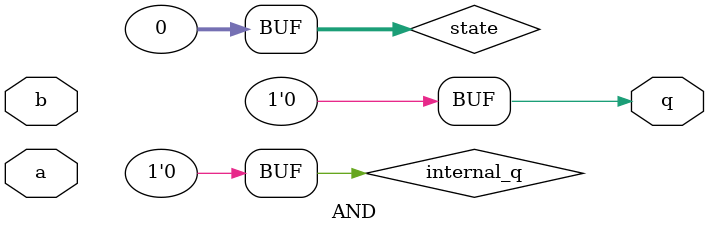
<source format=v>
`ifndef begin_time
`define begin_time 8
`endif
`timescale 1ps/100fs

`celldefine
module AND #(parameter begin_time = `begin_time) (a, b, q);

// Define inputs
input
  a, b;

// Define outputs
output
  q;

// Define internal output variables
reg
  internal_q;
assign q = internal_q;

// Define state
integer state;

wire
  internal_state_0;

assign internal_state_0 = state === 0;

specify



endspecify

initial begin
   state = 1'bX;
   internal_q = 0; // All outputs start at 0
   #begin_time state = 0;
   end

always @(posedge a or negedge a)
case (state)
   0: begin
   end
endcase
always @(posedge b or negedge b)
case (state)
   0: begin
   end
endcase

endmodule
`endcelldefine

</source>
